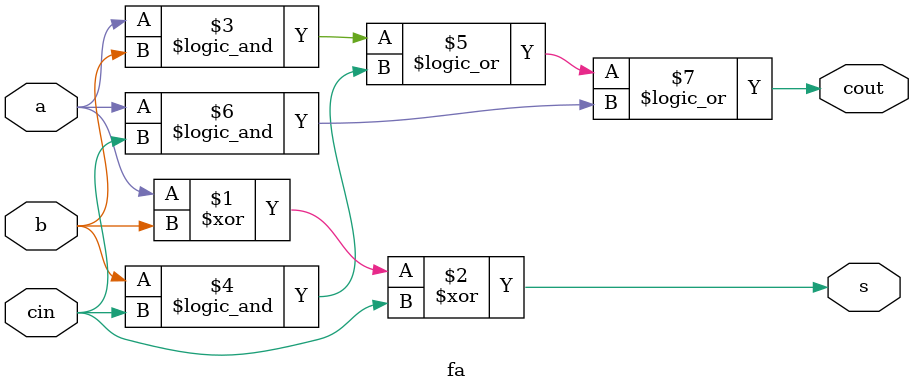
<source format=v>
module fa(input a,b,cin, output s,cout);
	assign s = a^b^cin;
	assign cout = a&&b || b&&cin || a&&cin;
endmodule 
</source>
